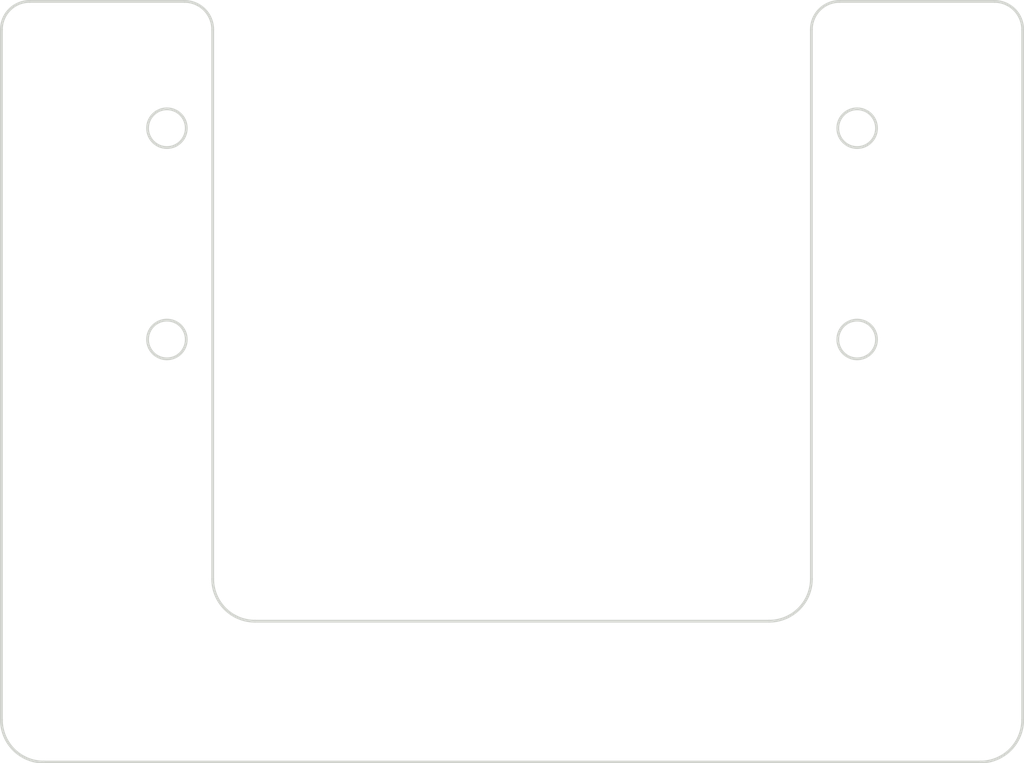
<source format=kicad_pcb>
(kicad_pcb
	(version 20240108)
	(generator "pcbnew")
	(generator_version "8.0")
	(general
		(thickness 1.6)
		(legacy_teardrops no)
	)
	(paper "A4")
	(layers
		(0 "F.Cu" signal)
		(31 "B.Cu" signal)
		(32 "B.Adhes" user "B.Adhesive")
		(33 "F.Adhes" user "F.Adhesive")
		(34 "B.Paste" user)
		(35 "F.Paste" user)
		(36 "B.SilkS" user "B.Silkscreen")
		(37 "F.SilkS" user "F.Silkscreen")
		(38 "B.Mask" user)
		(39 "F.Mask" user)
		(40 "Dwgs.User" user "User.Drawings")
		(41 "Cmts.User" user "User.Comments")
		(42 "Eco1.User" user "User.Eco1")
		(43 "Eco2.User" user "User.Eco2")
		(44 "Edge.Cuts" user)
		(45 "Margin" user)
		(46 "B.CrtYd" user "B.Courtyard")
		(47 "F.CrtYd" user "F.Courtyard")
		(48 "B.Fab" user)
		(49 "F.Fab" user)
		(50 "User.1" user)
		(51 "User.2" user)
		(52 "User.3" user)
		(53 "User.4" user)
		(54 "User.5" user)
		(55 "User.6" user)
		(56 "User.7" user)
		(57 "User.8" user)
		(58 "User.9" user)
	)
	(setup
		(pad_to_mask_clearance 0)
		(allow_soldermask_bridges_in_footprints no)
		(pcbplotparams
			(layerselection 0x00010fc_ffffffff)
			(plot_on_all_layers_selection 0x0000000_00000000)
			(disableapertmacros no)
			(usegerberextensions no)
			(usegerberattributes yes)
			(usegerberadvancedattributes yes)
			(creategerberjobfile yes)
			(dashed_line_dash_ratio 12.000000)
			(dashed_line_gap_ratio 3.000000)
			(svgprecision 4)
			(plotframeref no)
			(viasonmask no)
			(mode 1)
			(useauxorigin no)
			(hpglpennumber 1)
			(hpglpenspeed 20)
			(hpglpendiameter 15.000000)
			(pdf_front_fp_property_popups yes)
			(pdf_back_fp_property_popups yes)
			(dxfpolygonmode yes)
			(dxfimperialunits yes)
			(dxfusepcbnewfont yes)
			(psnegative no)
			(psa4output no)
			(plotreference yes)
			(plotvalue yes)
			(plotfptext yes)
			(plotinvisibletext no)
			(sketchpadsonfab no)
			(subtractmaskfromsilk no)
			(outputformat 1)
			(mirror no)
			(drillshape 1)
			(scaleselection 1)
			(outputdirectory "")
		)
	)
	(net 0 "")
	(gr_line
		(start 177.18 71.660002)
		(end 166.18 71.660002)
		(stroke
			(width 0.2)
			(type default)
		)
		(layer "Edge.Cuts")
		(uuid "184e25ee-3a5c-4816-aacb-f625d76e8ba3")
	)
	(gr_line
		(start 164.18 73.660002)
		(end 164.18 112.660002)
		(stroke
			(width 0.2)
			(type default)
		)
		(layer "Edge.Cuts")
		(uuid "221e868d-ee94-4ab7-a9c3-7114cf69e12b")
	)
	(gr_circle
		(center 118.43 80.660002)
		(end 119.805 80.660002)
		(stroke
			(width 0.2)
			(type default)
		)
		(fill none)
		(layer "Edge.Cuts")
		(uuid "25426354-3120-404f-ab96-8e905c9dbd49")
	)
	(gr_arc
		(start 119.680001 71.660002)
		(mid 121.094214 72.245788)
		(end 121.68 73.660001)
		(stroke
			(width 0.2)
			(type default)
		)
		(layer "Edge.Cuts")
		(uuid "41849aaf-06e8-4935-a031-edea838f16db")
	)
	(gr_arc
		(start 106.68 73.66)
		(mid 107.265786 72.245788)
		(end 108.679998 71.660002)
		(stroke
			(width 0.2)
			(type default)
		)
		(layer "Edge.Cuts")
		(uuid "4ba8f030-25c4-4370-be9e-d5dde853513e")
	)
	(gr_line
		(start 179.18 122.660002)
		(end 179.18 73.660002)
		(stroke
			(width 0.2)
			(type default)
		)
		(layer "Edge.Cuts")
		(uuid "71779ce2-fd4e-40a0-9953-da98f8a12ddd")
	)
	(gr_line
		(start 109.680001 125.660002)
		(end 176.18 125.660002)
		(stroke
			(width 0.2)
			(type default)
		)
		(layer "Edge.Cuts")
		(uuid "73e83ac0-52f1-41e4-b9b2-df490b7f41a3")
	)
	(gr_circle
		(center 167.43 95.660002)
		(end 168.805 95.660002)
		(stroke
			(width 0.2)
			(type default)
		)
		(fill none)
		(layer "Edge.Cuts")
		(uuid "73f94e2d-288a-48f1-b5bf-f76d18da311c")
	)
	(gr_line
		(start 121.68 112.660001)
		(end 121.68 73.660001)
		(stroke
			(width 0.2)
			(type default)
		)
		(layer "Edge.Cuts")
		(uuid "7f74bda8-7aa6-4eca-b386-ba87faa65383")
	)
	(gr_arc
		(start 179.18 122.660002)
		(mid 178.30132 124.781322)
		(end 176.18 125.660002)
		(stroke
			(width 0.2)
			(type default)
		)
		(layer "Edge.Cuts")
		(uuid "8b31ddd9-9def-4c18-aa02-73be20d33eec")
	)
	(gr_line
		(start 161.18 115.660002)
		(end 124.680001 115.660002)
		(stroke
			(width 0.2)
			(type default)
		)
		(layer "Edge.Cuts")
		(uuid "9384be5d-a361-4755-8967-efb630358104")
	)
	(gr_arc
		(start 164.18 73.660002)
		(mid 164.765786 72.245788)
		(end 166.18 71.660002)
		(stroke
			(width 0.2)
			(type default)
		)
		(layer "Edge.Cuts")
		(uuid "a2fad095-0880-424f-a9d6-075030cf392b")
	)
	(gr_arc
		(start 124.680001 115.660002)
		(mid 122.55868 114.781322)
		(end 121.68 112.660001)
		(stroke
			(width 0.2)
			(type default)
		)
		(layer "Edge.Cuts")
		(uuid "ab4819bf-a2be-4e23-9d26-b0b2aebc8a3d")
	)
	(gr_line
		(start 119.680001 71.660002)
		(end 108.679998 71.660002)
		(stroke
			(width 0.2)
			(type default)
		)
		(layer "Edge.Cuts")
		(uuid "b205638c-38cf-4992-924b-f2685334af5e")
	)
	(gr_arc
		(start 164.18 112.660002)
		(mid 163.30132 114.781322)
		(end 161.18 115.660002)
		(stroke
			(width 0.2)
			(type default)
		)
		(layer "Edge.Cuts")
		(uuid "e4ad5fe4-1a34-4f7d-b5c1-ef3a51d69f4d")
	)
	(gr_line
		(start 106.68 73.66)
		(end 106.68 122.660001)
		(stroke
			(width 0.2)
			(type default)
		)
		(layer "Edge.Cuts")
		(uuid "e99dae58-02f1-4558-b560-874734d8d4d6")
	)
	(gr_arc
		(start 177.18 71.660002)
		(mid 178.594214 72.245788)
		(end 179.18 73.660002)
		(stroke
			(width 0.2)
			(type default)
		)
		(layer "Edge.Cuts")
		(uuid "ea6cb1d0-3aa2-4a17-8cb4-20a251c6abfb")
	)
	(gr_circle
		(center 167.43 80.660002)
		(end 168.805 80.660002)
		(stroke
			(width 0.2)
			(type default)
		)
		(fill none)
		(layer "Edge.Cuts")
		(uuid "eeba73fa-85fd-45bb-a3f5-44cd032c1315")
	)
	(gr_circle
		(center 118.43 95.660002)
		(end 119.805 95.660002)
		(stroke
			(width 0.2)
			(type default)
		)
		(fill none)
		(layer "Edge.Cuts")
		(uuid "f1840d7e-3f49-49e0-b6e4-377d2dd5ffba")
	)
	(gr_arc
		(start 109.680001 125.660002)
		(mid 107.55868 124.781322)
		(end 106.68 122.660001)
		(stroke
			(width 0.2)
			(type default)
		)
		(layer "Edge.Cuts")
		(uuid "fff67da1-bcd7-4dd4-952d-0464589b6542")
	)
)

</source>
